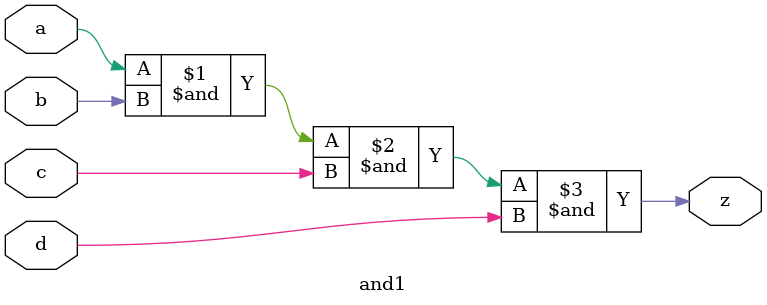
<source format=v>
`timescale 1ns / 1ps
module demux8_1_st(
    input [2:0] s,
    input in,
    output [7:0] y
    );
	 wire p,q,r;
	 
not1 n1(s[2],p),n2(s[1],q),n3(s[0],r);
and1 a1(in,p,q,r,y[0]);
and1 a2(in,p,q,s[0],y[1]);
and1 a3(in,p,s[1],r,y[2]);
and1 a4(in,p,s[1],s[0],y[3]);
and1 a5(in,s[2],q,r,y[4]);
and1 a6(in,s[2],q,s[0],y[5]);
and1 a7(in,s[2],s[1],r,y[6]);
and1 a8(in,s[2],s[1],s[0],y[7]);

endmodule

module not1(input a,output z);
assign z=~a;
endmodule

module and1(input a,b,c,d,output z);
assign z=a&b&c&d;
endmodule


</source>
